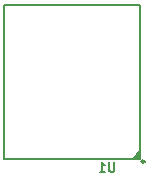
<source format=gbr>
%TF.GenerationSoftware,KiCad,Pcbnew,7.0.7*%
%TF.CreationDate,2023-09-02T11:06:43+09:00*%
%TF.ProjectId,emmc2sd,656d6d63-3273-4642-9e6b-696361645f70,rev?*%
%TF.SameCoordinates,Original*%
%TF.FileFunction,Legend,Bot*%
%TF.FilePolarity,Positive*%
%FSLAX46Y46*%
G04 Gerber Fmt 4.6, Leading zero omitted, Abs format (unit mm)*
G04 Created by KiCad (PCBNEW 7.0.7) date 2023-09-02 11:06:43*
%MOMM*%
%LPD*%
G01*
G04 APERTURE LIST*
%ADD10C,0.150000*%
%ADD11C,0.127000*%
%ADD12C,0.250000*%
G04 APERTURE END LIST*
D10*
X102799523Y-78695795D02*
X102799523Y-79343414D01*
X102799523Y-79343414D02*
X102761428Y-79419604D01*
X102761428Y-79419604D02*
X102723333Y-79457700D01*
X102723333Y-79457700D02*
X102647142Y-79495795D01*
X102647142Y-79495795D02*
X102494761Y-79495795D01*
X102494761Y-79495795D02*
X102418571Y-79457700D01*
X102418571Y-79457700D02*
X102380476Y-79419604D01*
X102380476Y-79419604D02*
X102342380Y-79343414D01*
X102342380Y-79343414D02*
X102342380Y-78695795D01*
X101542381Y-79495795D02*
X101999524Y-79495795D01*
X101770952Y-79495795D02*
X101770952Y-78695795D01*
X101770952Y-78695795D02*
X101847143Y-78810080D01*
X101847143Y-78810080D02*
X101923333Y-78886271D01*
X101923333Y-78886271D02*
X101999524Y-78924366D01*
D11*
%TO.C,U1*%
X104980000Y-78383500D02*
X104980000Y-78258500D01*
X104980000Y-78258500D02*
X104980000Y-78133500D01*
X104980000Y-78258500D02*
X104855000Y-78383500D01*
X104980000Y-78133500D02*
X104980000Y-78008500D01*
X104980000Y-78133500D02*
X104730000Y-78383500D01*
X104980000Y-78008500D02*
X104980000Y-77883500D01*
X104980000Y-78008500D02*
X104605000Y-78383500D01*
X104980000Y-77883500D02*
X104980000Y-77758500D01*
X104980000Y-77883500D02*
X104480000Y-78383500D01*
X104980000Y-77758500D02*
X104980000Y-65383500D01*
X104980000Y-77758500D02*
X104355000Y-78383500D01*
X104980000Y-65383500D02*
X93480000Y-65383500D01*
X104855000Y-78383500D02*
X104980000Y-78383500D01*
X104730000Y-78383500D02*
X104855000Y-78383500D01*
X104605000Y-78383500D02*
X104730000Y-78383500D01*
X104480000Y-78383500D02*
X104605000Y-78383500D01*
X104355000Y-78383500D02*
X104480000Y-78383500D01*
X93480000Y-78383500D02*
X104355000Y-78383500D01*
X93480000Y-65383500D02*
X93480000Y-78383500D01*
D12*
X105355000Y-78633500D02*
G75*
G03*
X105355000Y-78633500I-125000J0D01*
G01*
%TD*%
M02*

</source>
